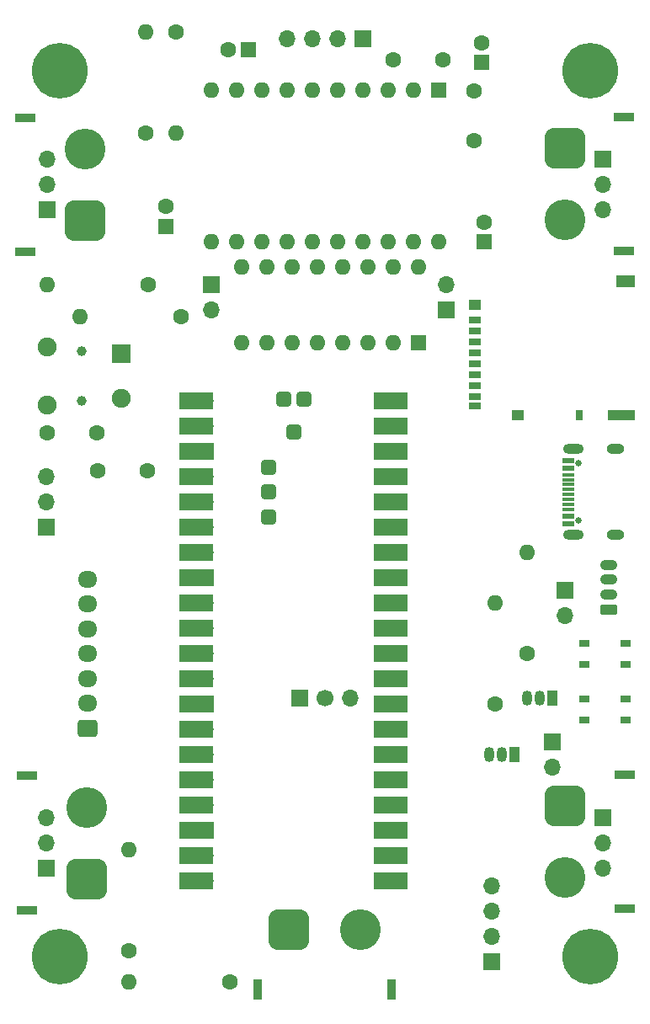
<source format=gbr>
%TF.GenerationSoftware,KiCad,Pcbnew,7.0.2*%
%TF.CreationDate,2023-08-07T19:48:10+09:00*%
%TF.ProjectId,TurtlePico,54757274-6c65-4506-9963-6f2e6b696361,rev?*%
%TF.SameCoordinates,Original*%
%TF.FileFunction,Soldermask,Top*%
%TF.FilePolarity,Negative*%
%FSLAX46Y46*%
G04 Gerber Fmt 4.6, Leading zero omitted, Abs format (unit mm)*
G04 Created by KiCad (PCBNEW 7.0.2) date 2023-08-07 19:48:10*
%MOMM*%
%LPD*%
G01*
G04 APERTURE LIST*
G04 Aperture macros list*
%AMRoundRect*
0 Rectangle with rounded corners*
0 $1 Rounding radius*
0 $2 $3 $4 $5 $6 $7 $8 $9 X,Y pos of 4 corners*
0 Add a 4 corners polygon primitive as box body*
4,1,4,$2,$3,$4,$5,$6,$7,$8,$9,$2,$3,0*
0 Add four circle primitives for the rounded corners*
1,1,$1+$1,$2,$3*
1,1,$1+$1,$4,$5*
1,1,$1+$1,$6,$7*
1,1,$1+$1,$8,$9*
0 Add four rect primitives between the rounded corners*
20,1,$1+$1,$2,$3,$4,$5,0*
20,1,$1+$1,$4,$5,$6,$7,0*
20,1,$1+$1,$6,$7,$8,$9,0*
20,1,$1+$1,$8,$9,$2,$3,0*%
G04 Aperture macros list end*
%ADD10C,5.600000*%
%ADD11C,1.600000*%
%ADD12O,1.600000X1.600000*%
%ADD13R,1.700000X1.700000*%
%ADD14O,1.700000X1.700000*%
%ADD15C,0.650000*%
%ADD16R,1.150000X0.600000*%
%ADD17R,1.150000X0.300000*%
%ADD18O,1.800000X1.000000*%
%ADD19O,2.100000X1.000000*%
%ADD20C,1.000000*%
%ADD21R,1.900000X1.900000*%
%ADD22C,1.900000*%
%ADD23R,1.050000X0.650000*%
%ADD24R,1.600000X1.600000*%
%ADD25R,3.500000X1.700000*%
%ADD26C,1.700000*%
%ADD27RoundRect,0.381000X-0.381000X-0.381000X0.381000X-0.381000X0.381000X0.381000X-0.381000X0.381000X0*%
%ADD28R,1.200000X0.700000*%
%ADD29R,0.800000X1.000000*%
%ADD30R,1.200000X1.000000*%
%ADD31R,2.800000X1.000000*%
%ADD32R,1.900000X1.300000*%
%ADD33RoundRect,0.250000X0.615000X-0.265000X0.615000X0.265000X-0.615000X0.265000X-0.615000X-0.265000X0*%
%ADD34O,1.730000X1.030000*%
%ADD35R,2.000000X0.900000*%
%ADD36RoundRect,1.025000X1.025000X-1.025000X1.025000X1.025000X-1.025000X1.025000X-1.025000X-1.025000X0*%
%ADD37C,4.100000*%
%ADD38R,1.050000X1.500000*%
%ADD39O,1.050000X1.500000*%
%ADD40RoundRect,1.025000X-1.025000X1.025000X-1.025000X-1.025000X1.025000X-1.025000X1.025000X1.025000X0*%
%ADD41RoundRect,0.250000X0.725000X-0.600000X0.725000X0.600000X-0.725000X0.600000X-0.725000X-0.600000X0*%
%ADD42O,1.950000X1.700000*%
%ADD43R,0.900000X2.000000*%
%ADD44RoundRect,1.025000X-1.025000X-1.025000X1.025000X-1.025000X1.025000X1.025000X-1.025000X1.025000X0*%
G04 APERTURE END LIST*
D10*
%TO.C,REF\u002A\u002A*%
X119380000Y-134620000D03*
%TD*%
D11*
%TO.C,R5*%
X128016000Y-51816000D03*
D12*
X128016000Y-41656000D03*
%TD*%
D13*
%TO.C,J13*%
X173990000Y-120650000D03*
D14*
X173990000Y-123190000D03*
X173990000Y-125730000D03*
%TD*%
D11*
%TO.C,R6*%
X131064000Y-41656000D03*
D12*
X131064000Y-51816000D03*
%TD*%
D10*
%TO.C,REF\u002A\u002A*%
X172720000Y-134620000D03*
%TD*%
D15*
%TO.C,J1*%
X171580000Y-90776000D03*
X171580000Y-84996000D03*
D16*
X170515000Y-91086000D03*
X170515000Y-90286000D03*
D17*
X170515000Y-89136000D03*
X170515000Y-88136000D03*
X170515000Y-87636000D03*
X170515000Y-86636000D03*
D16*
X170515000Y-84686000D03*
X170515000Y-85486000D03*
D17*
X170515000Y-86136000D03*
X170515000Y-87136000D03*
X170515000Y-88636000D03*
X170515000Y-89636000D03*
D18*
X175260000Y-92206000D03*
X175260000Y-83566000D03*
D19*
X171080000Y-92206000D03*
X171080000Y-83566000D03*
%TD*%
D20*
%TO.C,J5*%
X121610000Y-73700000D03*
X121610000Y-78700000D03*
D21*
X125610000Y-73950000D03*
D22*
X125610000Y-78450000D03*
X118110000Y-73300000D03*
X118110000Y-79100000D03*
%TD*%
D13*
%TO.C,J10*%
X134620000Y-67056000D03*
D14*
X134620000Y-69596000D03*
%TD*%
D13*
%TO.C,J9*%
X158242000Y-69596000D03*
D14*
X158242000Y-67056000D03*
%TD*%
D13*
%TO.C,J14*%
X118100000Y-59461000D03*
D14*
X118100000Y-56921000D03*
X118100000Y-54381000D03*
%TD*%
D11*
%TO.C,C5*%
X128190000Y-85725000D03*
X123190000Y-85725000D03*
%TD*%
D23*
%TO.C,SW2*%
X176319000Y-105215000D03*
X172169000Y-105215000D03*
X176319000Y-103065000D03*
X172169000Y-103065000D03*
%TD*%
D24*
%TO.C,C7*%
X162052000Y-62738000D03*
D11*
X162052000Y-60738000D03*
%TD*%
%TO.C,R4*%
X128270000Y-67056000D03*
D12*
X118110000Y-67056000D03*
%TD*%
D11*
%TO.C,C1*%
X157948000Y-44450000D03*
X152948000Y-44450000D03*
%TD*%
D13*
%TO.C,J7*%
X162814000Y-135128000D03*
D14*
X162814000Y-132588000D03*
X162814000Y-130048000D03*
X162814000Y-127508000D03*
%TD*%
D13*
%TO.C,J12*%
X173980000Y-54381000D03*
D14*
X173980000Y-56921000D03*
X173980000Y-59461000D03*
%TD*%
D13*
%TO.C,J3*%
X168910000Y-113030000D03*
D14*
X168910000Y-115570000D03*
%TD*%
D13*
%TO.C,J8*%
X149850000Y-42316000D03*
D14*
X147310000Y-42316000D03*
X144770000Y-42316000D03*
X142230000Y-42316000D03*
%TD*%
D13*
%TO.C,J11*%
X118040000Y-91425000D03*
D14*
X118040000Y-88885000D03*
X118040000Y-86345000D03*
%TD*%
%TO.C,U1*%
X134035900Y-78755000D03*
D25*
X133135900Y-78755000D03*
D14*
X134035900Y-81295000D03*
D25*
X133135900Y-81295000D03*
D13*
X134035900Y-83835000D03*
D25*
X133135900Y-83835000D03*
D14*
X134035900Y-86375000D03*
D25*
X133135900Y-86375000D03*
D14*
X134035900Y-88915000D03*
D25*
X133135900Y-88915000D03*
D14*
X134035900Y-91455000D03*
D25*
X133135900Y-91455000D03*
D14*
X134035900Y-93995000D03*
D25*
X133135900Y-93995000D03*
D13*
X134035900Y-96535000D03*
D25*
X133135900Y-96535000D03*
D14*
X134035900Y-99075000D03*
D25*
X133135900Y-99075000D03*
D14*
X134035900Y-101615000D03*
D25*
X133135900Y-101615000D03*
D14*
X134035900Y-104155000D03*
D25*
X133135900Y-104155000D03*
D14*
X134035900Y-106695000D03*
D25*
X133135900Y-106695000D03*
D13*
X134035900Y-109235000D03*
D25*
X133135900Y-109235000D03*
D14*
X134035900Y-111775000D03*
D25*
X133135900Y-111775000D03*
D14*
X134035900Y-114315000D03*
D25*
X133135900Y-114315000D03*
D14*
X134035900Y-116855000D03*
D25*
X133135900Y-116855000D03*
D14*
X134035900Y-119395000D03*
D25*
X133135900Y-119395000D03*
D13*
X134035900Y-121935000D03*
D25*
X133135900Y-121935000D03*
D14*
X134035900Y-124475000D03*
D25*
X133135900Y-124475000D03*
D14*
X134035900Y-127015000D03*
D25*
X133135900Y-127015000D03*
D14*
X151815900Y-127015000D03*
D25*
X152715900Y-127015000D03*
D14*
X151815900Y-124475000D03*
D25*
X152715900Y-124475000D03*
D13*
X151815900Y-121935000D03*
D25*
X152715900Y-121935000D03*
D14*
X151815900Y-119395000D03*
D25*
X152715900Y-119395000D03*
D14*
X151815900Y-116855000D03*
D25*
X152715900Y-116855000D03*
D14*
X151815900Y-114315000D03*
D25*
X152715900Y-114315000D03*
D14*
X151815900Y-111775000D03*
D25*
X152715900Y-111775000D03*
D13*
X151815900Y-109235000D03*
D25*
X152715900Y-109235000D03*
D14*
X151815900Y-106695000D03*
D25*
X152715900Y-106695000D03*
D14*
X151815900Y-104155000D03*
D25*
X152715900Y-104155000D03*
D14*
X151815900Y-101615000D03*
D25*
X152715900Y-101615000D03*
D14*
X151815900Y-99075000D03*
D25*
X152715900Y-99075000D03*
D13*
X151815900Y-96535000D03*
D25*
X152715900Y-96535000D03*
D14*
X151815900Y-93995000D03*
D25*
X152715900Y-93995000D03*
D14*
X151815900Y-91455000D03*
D25*
X152715900Y-91455000D03*
D14*
X151815900Y-88915000D03*
D25*
X152715900Y-88915000D03*
D14*
X151815900Y-86375000D03*
D25*
X152715900Y-86375000D03*
D13*
X151815900Y-83835000D03*
D25*
X152715900Y-83835000D03*
D14*
X151815900Y-81295000D03*
D25*
X152715900Y-81295000D03*
D14*
X151815900Y-78755000D03*
D25*
X152715900Y-78755000D03*
D13*
X143510000Y-108585000D03*
D26*
X146050000Y-108585000D03*
D14*
X148590000Y-108585000D03*
D27*
X141925900Y-78585000D03*
X143925900Y-78585000D03*
X142925900Y-81885000D03*
X140425900Y-85385000D03*
X140425900Y-87885000D03*
X140425900Y-90385000D03*
%TD*%
D28*
%TO.C,J22*%
X161185000Y-70575000D03*
X161185000Y-71675000D03*
X161185000Y-72775000D03*
X161185000Y-73875000D03*
X161185000Y-74975000D03*
X161185000Y-76075000D03*
X161185000Y-77175000D03*
X161185000Y-78275000D03*
X161185000Y-79225000D03*
D29*
X171685000Y-80175000D03*
D30*
X165485000Y-80175000D03*
D31*
X175835000Y-80175000D03*
D30*
X161185000Y-69025000D03*
D32*
X176285000Y-66675000D03*
%TD*%
D23*
%TO.C,SW1*%
X176319000Y-110803000D03*
X172169000Y-110803000D03*
X176319000Y-108653000D03*
X172169000Y-108653000D03*
%TD*%
D24*
%TO.C,C3*%
X130048000Y-61153112D03*
D11*
X130048000Y-59153112D03*
%TD*%
D13*
%TO.C,J15*%
X118040000Y-125715000D03*
D14*
X118040000Y-123175000D03*
X118040000Y-120635000D03*
%TD*%
D13*
%TO.C,J2*%
X170180000Y-97790000D03*
D14*
X170180000Y-100330000D03*
%TD*%
D24*
%TO.C,U2*%
X157475000Y-47508000D03*
D12*
X154935000Y-47508000D03*
X152395000Y-47508000D03*
X149855000Y-47508000D03*
X147315000Y-47508000D03*
X144775000Y-47508000D03*
X142235000Y-47508000D03*
X139695000Y-47508000D03*
X137155000Y-47508000D03*
X134615000Y-47508000D03*
X134615000Y-62748000D03*
X137155000Y-62748000D03*
X139695000Y-62748000D03*
X142235000Y-62748000D03*
X144775000Y-62748000D03*
X147315000Y-62748000D03*
X149855000Y-62748000D03*
X152395000Y-62748000D03*
X154935000Y-62748000D03*
X157475000Y-62748000D03*
%TD*%
D10*
%TO.C,REF\u002A\u002A*%
X119370000Y-45491000D03*
%TD*%
%TO.C,REF\u002A\u002A*%
X172710000Y-45491000D03*
%TD*%
D24*
%TO.C,C8*%
X161798000Y-44704000D03*
D11*
X161798000Y-42704000D03*
%TD*%
D24*
%TO.C,C6*%
X138369113Y-43434000D03*
D11*
X136369113Y-43434000D03*
%TD*%
%TO.C,R3*%
X131572000Y-70231000D03*
D12*
X121412000Y-70231000D03*
%TD*%
D33*
%TO.C,J6*%
X174625000Y-99695000D03*
D34*
X174625000Y-98195000D03*
X174625000Y-96695000D03*
X174625000Y-95195000D03*
%TD*%
D11*
%TO.C,C2*%
X161036000Y-52578000D03*
X161036000Y-47578000D03*
%TD*%
%TO.C,C4*%
X118110000Y-81915000D03*
X123110000Y-81915000D03*
%TD*%
D35*
%TO.C,J19*%
X176180000Y-129794000D03*
X176180000Y-116294000D03*
D36*
X170180000Y-119444000D03*
D37*
X170180000Y-126644000D03*
%TD*%
D24*
%TO.C,U3*%
X155433000Y-72888000D03*
D12*
X152893000Y-72888000D03*
X150353000Y-72888000D03*
X147813000Y-72888000D03*
X145273000Y-72888000D03*
X142733000Y-72888000D03*
X140193000Y-72888000D03*
X137653000Y-72888000D03*
X137653000Y-65268000D03*
X140193000Y-65268000D03*
X142733000Y-65268000D03*
X145273000Y-65268000D03*
X147813000Y-65268000D03*
X150353000Y-65268000D03*
X152893000Y-65268000D03*
X155433000Y-65268000D03*
%TD*%
D38*
%TO.C,Q2*%
X165100000Y-114300000D03*
D39*
X163830000Y-114300000D03*
X162560000Y-114300000D03*
%TD*%
D35*
%TO.C,J20*%
X115951000Y-50254000D03*
X115951000Y-63754000D03*
D40*
X121951000Y-60604000D03*
D37*
X121951000Y-53404000D03*
%TD*%
D11*
%TO.C,R2*%
X163195000Y-109220000D03*
D12*
X163195000Y-99060000D03*
%TD*%
D11*
%TO.C,R1*%
X166370000Y-104140000D03*
D12*
X166370000Y-93980000D03*
%TD*%
D41*
%TO.C,J4*%
X122195000Y-111640000D03*
D42*
X122195000Y-109140000D03*
X122195000Y-106640000D03*
X122195000Y-104140000D03*
X122195000Y-101640000D03*
X122195000Y-99140000D03*
X122195000Y-96640000D03*
%TD*%
D35*
%TO.C,J21*%
X116078000Y-116421000D03*
X116078000Y-129921000D03*
D40*
X122078000Y-126771000D03*
D37*
X122078000Y-119571000D03*
%TD*%
D35*
%TO.C,J18*%
X176170000Y-63671000D03*
X176170000Y-50171000D03*
D36*
X170170000Y-53321000D03*
D37*
X170170000Y-60521000D03*
%TD*%
D11*
%TO.C,R8*%
X126365000Y-133985000D03*
D12*
X126365000Y-123825000D03*
%TD*%
D11*
%TO.C,R7*%
X136525000Y-137160000D03*
D12*
X126365000Y-137160000D03*
%TD*%
D38*
%TO.C,Q1*%
X168910000Y-108585000D03*
D39*
X167640000Y-108585000D03*
X166370000Y-108585000D03*
%TD*%
D43*
%TO.C,J17*%
X139300000Y-137915000D03*
X152800000Y-137915000D03*
D44*
X142450000Y-131915000D03*
D37*
X149650000Y-131915000D03*
%TD*%
M02*

</source>
